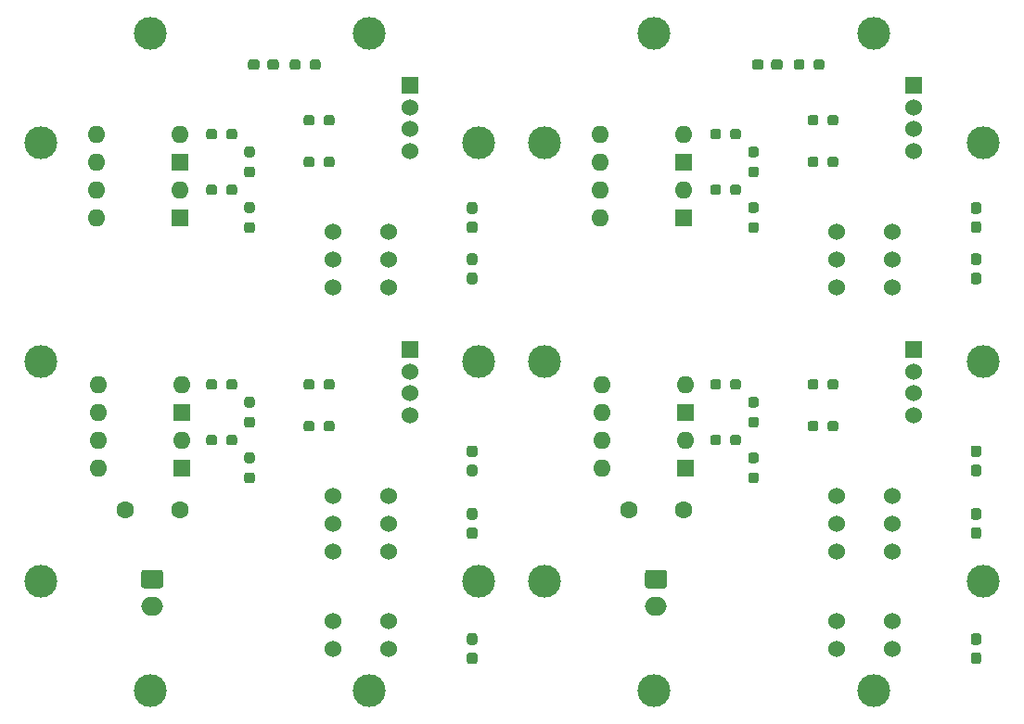
<source format=gts>
G04 #@! TF.GenerationSoftware,KiCad,Pcbnew,(5.1.8)-1*
G04 #@! TF.CreationDate,2020-11-28T16:02:08+09:00*
G04 #@! TF.ProjectId,DigitalInput4chS,44696769-7461-46c4-996e-707574346368,2*
G04 #@! TF.SameCoordinates,Original*
G04 #@! TF.FileFunction,Soldermask,Top*
G04 #@! TF.FilePolarity,Negative*
%FSLAX46Y46*%
G04 Gerber Fmt 4.6, Leading zero omitted, Abs format (unit mm)*
G04 Created by KiCad (PCBNEW (5.1.8)-1) date 2020-11-28 16:02:08*
%MOMM*%
%LPD*%
G01*
G04 APERTURE LIST*
%ADD10C,1.524000*%
%ADD11R,1.524000X1.524000*%
%ADD12C,3.000000*%
%ADD13O,1.600000X1.600000*%
%ADD14R,1.600000X1.600000*%
%ADD15O,2.000000X1.700000*%
%ADD16C,1.600000*%
G04 APERTURE END LIST*
G36*
G01*
X124085000Y-134902500D02*
X124085000Y-135377500D01*
G75*
G02*
X123847500Y-135615000I-237500J0D01*
G01*
X123347500Y-135615000D01*
G75*
G02*
X123110000Y-135377500I0J237500D01*
G01*
X123110000Y-134902500D01*
G75*
G02*
X123347500Y-134665000I237500J0D01*
G01*
X123847500Y-134665000D01*
G75*
G02*
X124085000Y-134902500I0J-237500D01*
G01*
G37*
G36*
G01*
X125910000Y-134902500D02*
X125910000Y-135377500D01*
G75*
G02*
X125672500Y-135615000I-237500J0D01*
G01*
X125172500Y-135615000D01*
G75*
G02*
X124935000Y-135377500I0J237500D01*
G01*
X124935000Y-134902500D01*
G75*
G02*
X125172500Y-134665000I237500J0D01*
G01*
X125672500Y-134665000D01*
G75*
G02*
X125910000Y-134902500I0J-237500D01*
G01*
G37*
D10*
X141655000Y-132885000D03*
X141655000Y-130885000D03*
X141655000Y-128885000D03*
D11*
X141655000Y-126885000D03*
G36*
G01*
X147607500Y-119155000D02*
X147132500Y-119155000D01*
G75*
G02*
X146895000Y-118917500I0J237500D01*
G01*
X146895000Y-118342500D01*
G75*
G02*
X147132500Y-118105000I237500J0D01*
G01*
X147607500Y-118105000D01*
G75*
G02*
X147845000Y-118342500I0J-237500D01*
G01*
X147845000Y-118917500D01*
G75*
G02*
X147607500Y-119155000I-237500J0D01*
G01*
G37*
G36*
G01*
X147607500Y-120905000D02*
X147132500Y-120905000D01*
G75*
G02*
X146895000Y-120667500I0J237500D01*
G01*
X146895000Y-120092500D01*
G75*
G02*
X147132500Y-119855000I237500J0D01*
G01*
X147607500Y-119855000D01*
G75*
G02*
X147845000Y-120092500I0J-237500D01*
G01*
X147845000Y-120667500D01*
G75*
G02*
X147607500Y-120905000I-237500J0D01*
G01*
G37*
G36*
G01*
X147607500Y-136695000D02*
X147132500Y-136695000D01*
G75*
G02*
X146895000Y-136457500I0J237500D01*
G01*
X146895000Y-135882500D01*
G75*
G02*
X147132500Y-135645000I237500J0D01*
G01*
X147607500Y-135645000D01*
G75*
G02*
X147845000Y-135882500I0J-237500D01*
G01*
X147845000Y-136457500D01*
G75*
G02*
X147607500Y-136695000I-237500J0D01*
G01*
G37*
G36*
G01*
X147607500Y-138445000D02*
X147132500Y-138445000D01*
G75*
G02*
X146895000Y-138207500I0J237500D01*
G01*
X146895000Y-137632500D01*
G75*
G02*
X147132500Y-137395000I237500J0D01*
G01*
X147607500Y-137395000D01*
G75*
G02*
X147845000Y-137632500I0J-237500D01*
G01*
X147845000Y-138207500D01*
G75*
G02*
X147607500Y-138445000I-237500J0D01*
G01*
G37*
G36*
G01*
X147607500Y-114470000D02*
X147132500Y-114470000D01*
G75*
G02*
X146895000Y-114232500I0J237500D01*
G01*
X146895000Y-113657500D01*
G75*
G02*
X147132500Y-113420000I237500J0D01*
G01*
X147607500Y-113420000D01*
G75*
G02*
X147845000Y-113657500I0J-237500D01*
G01*
X147845000Y-114232500D01*
G75*
G02*
X147607500Y-114470000I-237500J0D01*
G01*
G37*
G36*
G01*
X147607500Y-116220000D02*
X147132500Y-116220000D01*
G75*
G02*
X146895000Y-115982500I0J237500D01*
G01*
X146895000Y-115407500D01*
G75*
G02*
X147132500Y-115170000I237500J0D01*
G01*
X147607500Y-115170000D01*
G75*
G02*
X147845000Y-115407500I0J-237500D01*
G01*
X147845000Y-115982500D01*
G75*
G02*
X147607500Y-116220000I-237500J0D01*
G01*
G37*
G36*
G01*
X133825000Y-109977500D02*
X133825000Y-109502500D01*
G75*
G02*
X134062500Y-109265000I237500J0D01*
G01*
X134562500Y-109265000D01*
G75*
G02*
X134800000Y-109502500I0J-237500D01*
G01*
X134800000Y-109977500D01*
G75*
G02*
X134562500Y-110215000I-237500J0D01*
G01*
X134062500Y-110215000D01*
G75*
G02*
X133825000Y-109977500I0J237500D01*
G01*
G37*
G36*
G01*
X132000000Y-109977500D02*
X132000000Y-109502500D01*
G75*
G02*
X132237500Y-109265000I237500J0D01*
G01*
X132737500Y-109265000D01*
G75*
G02*
X132975000Y-109502500I0J-237500D01*
G01*
X132975000Y-109977500D01*
G75*
G02*
X132737500Y-110215000I-237500J0D01*
G01*
X132237500Y-110215000D01*
G75*
G02*
X132000000Y-109977500I0J237500D01*
G01*
G37*
G36*
G01*
X127287500Y-109315000D02*
X126812500Y-109315000D01*
G75*
G02*
X126575000Y-109077500I0J237500D01*
G01*
X126575000Y-108577500D01*
G75*
G02*
X126812500Y-108340000I237500J0D01*
G01*
X127287500Y-108340000D01*
G75*
G02*
X127525000Y-108577500I0J-237500D01*
G01*
X127525000Y-109077500D01*
G75*
G02*
X127287500Y-109315000I-237500J0D01*
G01*
G37*
G36*
G01*
X127287500Y-111140000D02*
X126812500Y-111140000D01*
G75*
G02*
X126575000Y-110902500I0J237500D01*
G01*
X126575000Y-110402500D01*
G75*
G02*
X126812500Y-110165000I237500J0D01*
G01*
X127287500Y-110165000D01*
G75*
G02*
X127525000Y-110402500I0J-237500D01*
G01*
X127525000Y-110902500D01*
G75*
G02*
X127287500Y-111140000I-237500J0D01*
G01*
G37*
G36*
G01*
X127287500Y-137255000D02*
X126812500Y-137255000D01*
G75*
G02*
X126575000Y-137017500I0J237500D01*
G01*
X126575000Y-136517500D01*
G75*
G02*
X126812500Y-136280000I237500J0D01*
G01*
X127287500Y-136280000D01*
G75*
G02*
X127525000Y-136517500I0J-237500D01*
G01*
X127525000Y-137017500D01*
G75*
G02*
X127287500Y-137255000I-237500J0D01*
G01*
G37*
G36*
G01*
X127287500Y-139080000D02*
X126812500Y-139080000D01*
G75*
G02*
X126575000Y-138842500I0J237500D01*
G01*
X126575000Y-138342500D01*
G75*
G02*
X126812500Y-138105000I237500J0D01*
G01*
X127287500Y-138105000D01*
G75*
G02*
X127525000Y-138342500I0J-237500D01*
G01*
X127525000Y-138842500D01*
G75*
G02*
X127287500Y-139080000I-237500J0D01*
G01*
G37*
D12*
X148000000Y-128000000D03*
X138000000Y-158000000D03*
G36*
G01*
X127287500Y-132175000D02*
X126812500Y-132175000D01*
G75*
G02*
X126575000Y-131937500I0J237500D01*
G01*
X126575000Y-131437500D01*
G75*
G02*
X126812500Y-131200000I237500J0D01*
G01*
X127287500Y-131200000D01*
G75*
G02*
X127525000Y-131437500I0J-237500D01*
G01*
X127525000Y-131937500D01*
G75*
G02*
X127287500Y-132175000I-237500J0D01*
G01*
G37*
G36*
G01*
X127287500Y-134000000D02*
X126812500Y-134000000D01*
G75*
G02*
X126575000Y-133762500I0J237500D01*
G01*
X126575000Y-133262500D01*
G75*
G02*
X126812500Y-133025000I237500J0D01*
G01*
X127287500Y-133025000D01*
G75*
G02*
X127525000Y-133262500I0J-237500D01*
G01*
X127525000Y-133762500D01*
G75*
G02*
X127287500Y-134000000I-237500J0D01*
G01*
G37*
D13*
X113080000Y-114820000D03*
X120700000Y-112280000D03*
X113080000Y-112280000D03*
D14*
X120700000Y-114820000D03*
D13*
X113080000Y-109740000D03*
X120700000Y-107200000D03*
X113080000Y-107200000D03*
D14*
X120700000Y-109740000D03*
G36*
G01*
X133825000Y-106167500D02*
X133825000Y-105692500D01*
G75*
G02*
X134062500Y-105455000I237500J0D01*
G01*
X134562500Y-105455000D01*
G75*
G02*
X134800000Y-105692500I0J-237500D01*
G01*
X134800000Y-106167500D01*
G75*
G02*
X134562500Y-106405000I-237500J0D01*
G01*
X134062500Y-106405000D01*
G75*
G02*
X133825000Y-106167500I0J237500D01*
G01*
G37*
G36*
G01*
X132000000Y-106167500D02*
X132000000Y-105692500D01*
G75*
G02*
X132237500Y-105455000I237500J0D01*
G01*
X132737500Y-105455000D01*
G75*
G02*
X132975000Y-105692500I0J-237500D01*
G01*
X132975000Y-106167500D01*
G75*
G02*
X132737500Y-106405000I-237500J0D01*
G01*
X132237500Y-106405000D01*
G75*
G02*
X132000000Y-106167500I0J237500D01*
G01*
G37*
D10*
X134670000Y-140220000D03*
X139750000Y-140220000D03*
X139750000Y-145300000D03*
X134670000Y-145300000D03*
X139750000Y-142760000D03*
X134670000Y-142760000D03*
G36*
G01*
X147607500Y-153840000D02*
X147132500Y-153840000D01*
G75*
G02*
X146895000Y-153602500I0J237500D01*
G01*
X146895000Y-153027500D01*
G75*
G02*
X147132500Y-152790000I237500J0D01*
G01*
X147607500Y-152790000D01*
G75*
G02*
X147845000Y-153027500I0J-237500D01*
G01*
X147845000Y-153602500D01*
G75*
G02*
X147607500Y-153840000I-237500J0D01*
G01*
G37*
G36*
G01*
X147607500Y-155590000D02*
X147132500Y-155590000D01*
G75*
G02*
X146895000Y-155352500I0J237500D01*
G01*
X146895000Y-154777500D01*
G75*
G02*
X147132500Y-154540000I237500J0D01*
G01*
X147607500Y-154540000D01*
G75*
G02*
X147845000Y-154777500I0J-237500D01*
G01*
X147845000Y-155352500D01*
G75*
G02*
X147607500Y-155590000I-237500J0D01*
G01*
G37*
D12*
X118000000Y-158000000D03*
D15*
X118160000Y-150340000D03*
G36*
G01*
X117410000Y-146990000D02*
X118910000Y-146990000D01*
G75*
G02*
X119160000Y-147240000I0J-250000D01*
G01*
X119160000Y-148440000D01*
G75*
G02*
X118910000Y-148690000I-250000J0D01*
G01*
X117410000Y-148690000D01*
G75*
G02*
X117160000Y-148440000I0J250000D01*
G01*
X117160000Y-147240000D01*
G75*
G02*
X117410000Y-146990000I250000J0D01*
G01*
G37*
D13*
X113220000Y-132600000D03*
X120840000Y-130060000D03*
X113220000Y-130060000D03*
D14*
X120840000Y-132600000D03*
D12*
X108000000Y-128000000D03*
D13*
X113220000Y-137680000D03*
X120840000Y-135140000D03*
X113220000Y-135140000D03*
D14*
X120840000Y-137680000D03*
G36*
G01*
X124085000Y-112042500D02*
X124085000Y-112517500D01*
G75*
G02*
X123847500Y-112755000I-237500J0D01*
G01*
X123347500Y-112755000D01*
G75*
G02*
X123110000Y-112517500I0J237500D01*
G01*
X123110000Y-112042500D01*
G75*
G02*
X123347500Y-111805000I237500J0D01*
G01*
X123847500Y-111805000D01*
G75*
G02*
X124085000Y-112042500I0J-237500D01*
G01*
G37*
G36*
G01*
X125910000Y-112042500D02*
X125910000Y-112517500D01*
G75*
G02*
X125672500Y-112755000I-237500J0D01*
G01*
X125172500Y-112755000D01*
G75*
G02*
X124935000Y-112517500I0J237500D01*
G01*
X124935000Y-112042500D01*
G75*
G02*
X125172500Y-111805000I237500J0D01*
G01*
X125672500Y-111805000D01*
G75*
G02*
X125910000Y-112042500I0J-237500D01*
G01*
G37*
G36*
G01*
X124085000Y-129822500D02*
X124085000Y-130297500D01*
G75*
G02*
X123847500Y-130535000I-237500J0D01*
G01*
X123347500Y-130535000D01*
G75*
G02*
X123110000Y-130297500I0J237500D01*
G01*
X123110000Y-129822500D01*
G75*
G02*
X123347500Y-129585000I237500J0D01*
G01*
X123847500Y-129585000D01*
G75*
G02*
X124085000Y-129822500I0J-237500D01*
G01*
G37*
G36*
G01*
X125910000Y-129822500D02*
X125910000Y-130297500D01*
G75*
G02*
X125672500Y-130535000I-237500J0D01*
G01*
X125172500Y-130535000D01*
G75*
G02*
X124935000Y-130297500I0J237500D01*
G01*
X124935000Y-129822500D01*
G75*
G02*
X125172500Y-129585000I237500J0D01*
G01*
X125672500Y-129585000D01*
G75*
G02*
X125910000Y-129822500I0J-237500D01*
G01*
G37*
G36*
G01*
X147607500Y-142410000D02*
X147132500Y-142410000D01*
G75*
G02*
X146895000Y-142172500I0J237500D01*
G01*
X146895000Y-141597500D01*
G75*
G02*
X147132500Y-141360000I237500J0D01*
G01*
X147607500Y-141360000D01*
G75*
G02*
X147845000Y-141597500I0J-237500D01*
G01*
X147845000Y-142172500D01*
G75*
G02*
X147607500Y-142410000I-237500J0D01*
G01*
G37*
G36*
G01*
X147607500Y-144160000D02*
X147132500Y-144160000D01*
G75*
G02*
X146895000Y-143922500I0J237500D01*
G01*
X146895000Y-143347500D01*
G75*
G02*
X147132500Y-143110000I237500J0D01*
G01*
X147607500Y-143110000D01*
G75*
G02*
X147845000Y-143347500I0J-237500D01*
G01*
X147845000Y-143922500D01*
G75*
G02*
X147607500Y-144160000I-237500J0D01*
G01*
G37*
G36*
G01*
X128670000Y-101087500D02*
X128670000Y-100612500D01*
G75*
G02*
X128907500Y-100375000I237500J0D01*
G01*
X129482500Y-100375000D01*
G75*
G02*
X129720000Y-100612500I0J-237500D01*
G01*
X129720000Y-101087500D01*
G75*
G02*
X129482500Y-101325000I-237500J0D01*
G01*
X128907500Y-101325000D01*
G75*
G02*
X128670000Y-101087500I0J237500D01*
G01*
G37*
G36*
G01*
X126920000Y-101087500D02*
X126920000Y-100612500D01*
G75*
G02*
X127157500Y-100375000I237500J0D01*
G01*
X127732500Y-100375000D01*
G75*
G02*
X127970000Y-100612500I0J-237500D01*
G01*
X127970000Y-101087500D01*
G75*
G02*
X127732500Y-101325000I-237500J0D01*
G01*
X127157500Y-101325000D01*
G75*
G02*
X126920000Y-101087500I0J237500D01*
G01*
G37*
G36*
G01*
X133825000Y-134107500D02*
X133825000Y-133632500D01*
G75*
G02*
X134062500Y-133395000I237500J0D01*
G01*
X134562500Y-133395000D01*
G75*
G02*
X134800000Y-133632500I0J-237500D01*
G01*
X134800000Y-134107500D01*
G75*
G02*
X134562500Y-134345000I-237500J0D01*
G01*
X134062500Y-134345000D01*
G75*
G02*
X133825000Y-134107500I0J237500D01*
G01*
G37*
G36*
G01*
X132000000Y-134107500D02*
X132000000Y-133632500D01*
G75*
G02*
X132237500Y-133395000I237500J0D01*
G01*
X132737500Y-133395000D01*
G75*
G02*
X132975000Y-133632500I0J-237500D01*
G01*
X132975000Y-134107500D01*
G75*
G02*
X132737500Y-134345000I-237500J0D01*
G01*
X132237500Y-134345000D01*
G75*
G02*
X132000000Y-134107500I0J237500D01*
G01*
G37*
D12*
X118000000Y-98000000D03*
G36*
G01*
X131705000Y-100612500D02*
X131705000Y-101087500D01*
G75*
G02*
X131467500Y-101325000I-237500J0D01*
G01*
X130967500Y-101325000D01*
G75*
G02*
X130730000Y-101087500I0J237500D01*
G01*
X130730000Y-100612500D01*
G75*
G02*
X130967500Y-100375000I237500J0D01*
G01*
X131467500Y-100375000D01*
G75*
G02*
X131705000Y-100612500I0J-237500D01*
G01*
G37*
G36*
G01*
X133530000Y-100612500D02*
X133530000Y-101087500D01*
G75*
G02*
X133292500Y-101325000I-237500J0D01*
G01*
X132792500Y-101325000D01*
G75*
G02*
X132555000Y-101087500I0J237500D01*
G01*
X132555000Y-100612500D01*
G75*
G02*
X132792500Y-100375000I237500J0D01*
G01*
X133292500Y-100375000D01*
G75*
G02*
X133530000Y-100612500I0J-237500D01*
G01*
G37*
X108000000Y-108000000D03*
D16*
X115700000Y-141490000D03*
X120700000Y-141490000D03*
D12*
X148000000Y-148000000D03*
X148000000Y-108000000D03*
D10*
X134670000Y-116090000D03*
X139750000Y-116090000D03*
X139750000Y-121170000D03*
X134670000Y-121170000D03*
X139750000Y-118630000D03*
X134670000Y-118630000D03*
G36*
G01*
X127287500Y-114395000D02*
X126812500Y-114395000D01*
G75*
G02*
X126575000Y-114157500I0J237500D01*
G01*
X126575000Y-113657500D01*
G75*
G02*
X126812500Y-113420000I237500J0D01*
G01*
X127287500Y-113420000D01*
G75*
G02*
X127525000Y-113657500I0J-237500D01*
G01*
X127525000Y-114157500D01*
G75*
G02*
X127287500Y-114395000I-237500J0D01*
G01*
G37*
G36*
G01*
X127287500Y-116220000D02*
X126812500Y-116220000D01*
G75*
G02*
X126575000Y-115982500I0J237500D01*
G01*
X126575000Y-115482500D01*
G75*
G02*
X126812500Y-115245000I237500J0D01*
G01*
X127287500Y-115245000D01*
G75*
G02*
X127525000Y-115482500I0J-237500D01*
G01*
X127525000Y-115982500D01*
G75*
G02*
X127287500Y-116220000I-237500J0D01*
G01*
G37*
X141655000Y-108755000D03*
X141655000Y-106755000D03*
X141655000Y-104755000D03*
D11*
X141655000Y-102755000D03*
G36*
G01*
X124085000Y-106962500D02*
X124085000Y-107437500D01*
G75*
G02*
X123847500Y-107675000I-237500J0D01*
G01*
X123347500Y-107675000D01*
G75*
G02*
X123110000Y-107437500I0J237500D01*
G01*
X123110000Y-106962500D01*
G75*
G02*
X123347500Y-106725000I237500J0D01*
G01*
X123847500Y-106725000D01*
G75*
G02*
X124085000Y-106962500I0J-237500D01*
G01*
G37*
G36*
G01*
X125910000Y-106962500D02*
X125910000Y-107437500D01*
G75*
G02*
X125672500Y-107675000I-237500J0D01*
G01*
X125172500Y-107675000D01*
G75*
G02*
X124935000Y-107437500I0J237500D01*
G01*
X124935000Y-106962500D01*
G75*
G02*
X125172500Y-106725000I237500J0D01*
G01*
X125672500Y-106725000D01*
G75*
G02*
X125910000Y-106962500I0J-237500D01*
G01*
G37*
D12*
X108000000Y-148000000D03*
G36*
G01*
X133825000Y-130297500D02*
X133825000Y-129822500D01*
G75*
G02*
X134062500Y-129585000I237500J0D01*
G01*
X134562500Y-129585000D01*
G75*
G02*
X134800000Y-129822500I0J-237500D01*
G01*
X134800000Y-130297500D01*
G75*
G02*
X134562500Y-130535000I-237500J0D01*
G01*
X134062500Y-130535000D01*
G75*
G02*
X133825000Y-130297500I0J237500D01*
G01*
G37*
G36*
G01*
X132000000Y-130297500D02*
X132000000Y-129822500D01*
G75*
G02*
X132237500Y-129585000I237500J0D01*
G01*
X132737500Y-129585000D01*
G75*
G02*
X132975000Y-129822500I0J-237500D01*
G01*
X132975000Y-130297500D01*
G75*
G02*
X132737500Y-130535000I-237500J0D01*
G01*
X132237500Y-130535000D01*
G75*
G02*
X132000000Y-130297500I0J237500D01*
G01*
G37*
D10*
X139750000Y-154190000D03*
X134670000Y-154190000D03*
X139750000Y-151650000D03*
X134670000Y-151650000D03*
D12*
X138000000Y-98000000D03*
G36*
G01*
X101607500Y-138445000D02*
X101132500Y-138445000D01*
G75*
G02*
X100895000Y-138207500I0J237500D01*
G01*
X100895000Y-137632500D01*
G75*
G02*
X101132500Y-137395000I237500J0D01*
G01*
X101607500Y-137395000D01*
G75*
G02*
X101845000Y-137632500I0J-237500D01*
G01*
X101845000Y-138207500D01*
G75*
G02*
X101607500Y-138445000I-237500J0D01*
G01*
G37*
G36*
G01*
X101607500Y-136695000D02*
X101132500Y-136695000D01*
G75*
G02*
X100895000Y-136457500I0J237500D01*
G01*
X100895000Y-135882500D01*
G75*
G02*
X101132500Y-135645000I237500J0D01*
G01*
X101607500Y-135645000D01*
G75*
G02*
X101845000Y-135882500I0J-237500D01*
G01*
X101845000Y-136457500D01*
G75*
G02*
X101607500Y-136695000I-237500J0D01*
G01*
G37*
G36*
G01*
X101607500Y-116220000D02*
X101132500Y-116220000D01*
G75*
G02*
X100895000Y-115982500I0J237500D01*
G01*
X100895000Y-115407500D01*
G75*
G02*
X101132500Y-115170000I237500J0D01*
G01*
X101607500Y-115170000D01*
G75*
G02*
X101845000Y-115407500I0J-237500D01*
G01*
X101845000Y-115982500D01*
G75*
G02*
X101607500Y-116220000I-237500J0D01*
G01*
G37*
G36*
G01*
X101607500Y-114470000D02*
X101132500Y-114470000D01*
G75*
G02*
X100895000Y-114232500I0J237500D01*
G01*
X100895000Y-113657500D01*
G75*
G02*
X101132500Y-113420000I237500J0D01*
G01*
X101607500Y-113420000D01*
G75*
G02*
X101845000Y-113657500I0J-237500D01*
G01*
X101845000Y-114232500D01*
G75*
G02*
X101607500Y-114470000I-237500J0D01*
G01*
G37*
G36*
G01*
X79910000Y-134902500D02*
X79910000Y-135377500D01*
G75*
G02*
X79672500Y-135615000I-237500J0D01*
G01*
X79172500Y-135615000D01*
G75*
G02*
X78935000Y-135377500I0J237500D01*
G01*
X78935000Y-134902500D01*
G75*
G02*
X79172500Y-134665000I237500J0D01*
G01*
X79672500Y-134665000D01*
G75*
G02*
X79910000Y-134902500I0J-237500D01*
G01*
G37*
G36*
G01*
X78085000Y-134902500D02*
X78085000Y-135377500D01*
G75*
G02*
X77847500Y-135615000I-237500J0D01*
G01*
X77347500Y-135615000D01*
G75*
G02*
X77110000Y-135377500I0J237500D01*
G01*
X77110000Y-134902500D01*
G75*
G02*
X77347500Y-134665000I237500J0D01*
G01*
X77847500Y-134665000D01*
G75*
G02*
X78085000Y-134902500I0J-237500D01*
G01*
G37*
G36*
G01*
X86000000Y-109977500D02*
X86000000Y-109502500D01*
G75*
G02*
X86237500Y-109265000I237500J0D01*
G01*
X86737500Y-109265000D01*
G75*
G02*
X86975000Y-109502500I0J-237500D01*
G01*
X86975000Y-109977500D01*
G75*
G02*
X86737500Y-110215000I-237500J0D01*
G01*
X86237500Y-110215000D01*
G75*
G02*
X86000000Y-109977500I0J237500D01*
G01*
G37*
G36*
G01*
X87825000Y-109977500D02*
X87825000Y-109502500D01*
G75*
G02*
X88062500Y-109265000I237500J0D01*
G01*
X88562500Y-109265000D01*
G75*
G02*
X88800000Y-109502500I0J-237500D01*
G01*
X88800000Y-109977500D01*
G75*
G02*
X88562500Y-110215000I-237500J0D01*
G01*
X88062500Y-110215000D01*
G75*
G02*
X87825000Y-109977500I0J237500D01*
G01*
G37*
D11*
X95655000Y-126885000D03*
D10*
X95655000Y-128885000D03*
X95655000Y-130885000D03*
X95655000Y-132885000D03*
G36*
G01*
X101607500Y-120905000D02*
X101132500Y-120905000D01*
G75*
G02*
X100895000Y-120667500I0J237500D01*
G01*
X100895000Y-120092500D01*
G75*
G02*
X101132500Y-119855000I237500J0D01*
G01*
X101607500Y-119855000D01*
G75*
G02*
X101845000Y-120092500I0J-237500D01*
G01*
X101845000Y-120667500D01*
G75*
G02*
X101607500Y-120905000I-237500J0D01*
G01*
G37*
G36*
G01*
X101607500Y-119155000D02*
X101132500Y-119155000D01*
G75*
G02*
X100895000Y-118917500I0J237500D01*
G01*
X100895000Y-118342500D01*
G75*
G02*
X101132500Y-118105000I237500J0D01*
G01*
X101607500Y-118105000D01*
G75*
G02*
X101845000Y-118342500I0J-237500D01*
G01*
X101845000Y-118917500D01*
G75*
G02*
X101607500Y-119155000I-237500J0D01*
G01*
G37*
X88670000Y-118630000D03*
X93750000Y-118630000D03*
X88670000Y-121170000D03*
X93750000Y-121170000D03*
X93750000Y-116090000D03*
X88670000Y-116090000D03*
G36*
G01*
X86000000Y-106167500D02*
X86000000Y-105692500D01*
G75*
G02*
X86237500Y-105455000I237500J0D01*
G01*
X86737500Y-105455000D01*
G75*
G02*
X86975000Y-105692500I0J-237500D01*
G01*
X86975000Y-106167500D01*
G75*
G02*
X86737500Y-106405000I-237500J0D01*
G01*
X86237500Y-106405000D01*
G75*
G02*
X86000000Y-106167500I0J237500D01*
G01*
G37*
G36*
G01*
X87825000Y-106167500D02*
X87825000Y-105692500D01*
G75*
G02*
X88062500Y-105455000I237500J0D01*
G01*
X88562500Y-105455000D01*
G75*
G02*
X88800000Y-105692500I0J-237500D01*
G01*
X88800000Y-106167500D01*
G75*
G02*
X88562500Y-106405000I-237500J0D01*
G01*
X88062500Y-106405000D01*
G75*
G02*
X87825000Y-106167500I0J237500D01*
G01*
G37*
G36*
G01*
X79910000Y-112042500D02*
X79910000Y-112517500D01*
G75*
G02*
X79672500Y-112755000I-237500J0D01*
G01*
X79172500Y-112755000D01*
G75*
G02*
X78935000Y-112517500I0J237500D01*
G01*
X78935000Y-112042500D01*
G75*
G02*
X79172500Y-111805000I237500J0D01*
G01*
X79672500Y-111805000D01*
G75*
G02*
X79910000Y-112042500I0J-237500D01*
G01*
G37*
G36*
G01*
X78085000Y-112042500D02*
X78085000Y-112517500D01*
G75*
G02*
X77847500Y-112755000I-237500J0D01*
G01*
X77347500Y-112755000D01*
G75*
G02*
X77110000Y-112517500I0J237500D01*
G01*
X77110000Y-112042500D01*
G75*
G02*
X77347500Y-111805000I237500J0D01*
G01*
X77847500Y-111805000D01*
G75*
G02*
X78085000Y-112042500I0J-237500D01*
G01*
G37*
G36*
G01*
X81287500Y-116220000D02*
X80812500Y-116220000D01*
G75*
G02*
X80575000Y-115982500I0J237500D01*
G01*
X80575000Y-115482500D01*
G75*
G02*
X80812500Y-115245000I237500J0D01*
G01*
X81287500Y-115245000D01*
G75*
G02*
X81525000Y-115482500I0J-237500D01*
G01*
X81525000Y-115982500D01*
G75*
G02*
X81287500Y-116220000I-237500J0D01*
G01*
G37*
G36*
G01*
X81287500Y-114395000D02*
X80812500Y-114395000D01*
G75*
G02*
X80575000Y-114157500I0J237500D01*
G01*
X80575000Y-113657500D01*
G75*
G02*
X80812500Y-113420000I237500J0D01*
G01*
X81287500Y-113420000D01*
G75*
G02*
X81525000Y-113657500I0J-237500D01*
G01*
X81525000Y-114157500D01*
G75*
G02*
X81287500Y-114395000I-237500J0D01*
G01*
G37*
G36*
G01*
X79910000Y-129822500D02*
X79910000Y-130297500D01*
G75*
G02*
X79672500Y-130535000I-237500J0D01*
G01*
X79172500Y-130535000D01*
G75*
G02*
X78935000Y-130297500I0J237500D01*
G01*
X78935000Y-129822500D01*
G75*
G02*
X79172500Y-129585000I237500J0D01*
G01*
X79672500Y-129585000D01*
G75*
G02*
X79910000Y-129822500I0J-237500D01*
G01*
G37*
G36*
G01*
X78085000Y-129822500D02*
X78085000Y-130297500D01*
G75*
G02*
X77847500Y-130535000I-237500J0D01*
G01*
X77347500Y-130535000D01*
G75*
G02*
X77110000Y-130297500I0J237500D01*
G01*
X77110000Y-129822500D01*
G75*
G02*
X77347500Y-129585000I237500J0D01*
G01*
X77847500Y-129585000D01*
G75*
G02*
X78085000Y-129822500I0J-237500D01*
G01*
G37*
D11*
X95655000Y-102755000D03*
D10*
X95655000Y-104755000D03*
X95655000Y-106755000D03*
X95655000Y-108755000D03*
X88670000Y-142760000D03*
X93750000Y-142760000D03*
X88670000Y-145300000D03*
X93750000Y-145300000D03*
X93750000Y-140220000D03*
X88670000Y-140220000D03*
G36*
G01*
X101607500Y-144160000D02*
X101132500Y-144160000D01*
G75*
G02*
X100895000Y-143922500I0J237500D01*
G01*
X100895000Y-143347500D01*
G75*
G02*
X101132500Y-143110000I237500J0D01*
G01*
X101607500Y-143110000D01*
G75*
G02*
X101845000Y-143347500I0J-237500D01*
G01*
X101845000Y-143922500D01*
G75*
G02*
X101607500Y-144160000I-237500J0D01*
G01*
G37*
G36*
G01*
X101607500Y-142410000D02*
X101132500Y-142410000D01*
G75*
G02*
X100895000Y-142172500I0J237500D01*
G01*
X100895000Y-141597500D01*
G75*
G02*
X101132500Y-141360000I237500J0D01*
G01*
X101607500Y-141360000D01*
G75*
G02*
X101845000Y-141597500I0J-237500D01*
G01*
X101845000Y-142172500D01*
G75*
G02*
X101607500Y-142410000I-237500J0D01*
G01*
G37*
G36*
G01*
X101607500Y-155590000D02*
X101132500Y-155590000D01*
G75*
G02*
X100895000Y-155352500I0J237500D01*
G01*
X100895000Y-154777500D01*
G75*
G02*
X101132500Y-154540000I237500J0D01*
G01*
X101607500Y-154540000D01*
G75*
G02*
X101845000Y-154777500I0J-237500D01*
G01*
X101845000Y-155352500D01*
G75*
G02*
X101607500Y-155590000I-237500J0D01*
G01*
G37*
G36*
G01*
X101607500Y-153840000D02*
X101132500Y-153840000D01*
G75*
G02*
X100895000Y-153602500I0J237500D01*
G01*
X100895000Y-153027500D01*
G75*
G02*
X101132500Y-152790000I237500J0D01*
G01*
X101607500Y-152790000D01*
G75*
G02*
X101845000Y-153027500I0J-237500D01*
G01*
X101845000Y-153602500D01*
G75*
G02*
X101607500Y-153840000I-237500J0D01*
G01*
G37*
G36*
G01*
X86000000Y-130297500D02*
X86000000Y-129822500D01*
G75*
G02*
X86237500Y-129585000I237500J0D01*
G01*
X86737500Y-129585000D01*
G75*
G02*
X86975000Y-129822500I0J-237500D01*
G01*
X86975000Y-130297500D01*
G75*
G02*
X86737500Y-130535000I-237500J0D01*
G01*
X86237500Y-130535000D01*
G75*
G02*
X86000000Y-130297500I0J237500D01*
G01*
G37*
G36*
G01*
X87825000Y-130297500D02*
X87825000Y-129822500D01*
G75*
G02*
X88062500Y-129585000I237500J0D01*
G01*
X88562500Y-129585000D01*
G75*
G02*
X88800000Y-129822500I0J-237500D01*
G01*
X88800000Y-130297500D01*
G75*
G02*
X88562500Y-130535000I-237500J0D01*
G01*
X88062500Y-130535000D01*
G75*
G02*
X87825000Y-130297500I0J237500D01*
G01*
G37*
G36*
G01*
X79910000Y-106962500D02*
X79910000Y-107437500D01*
G75*
G02*
X79672500Y-107675000I-237500J0D01*
G01*
X79172500Y-107675000D01*
G75*
G02*
X78935000Y-107437500I0J237500D01*
G01*
X78935000Y-106962500D01*
G75*
G02*
X79172500Y-106725000I237500J0D01*
G01*
X79672500Y-106725000D01*
G75*
G02*
X79910000Y-106962500I0J-237500D01*
G01*
G37*
G36*
G01*
X78085000Y-106962500D02*
X78085000Y-107437500D01*
G75*
G02*
X77847500Y-107675000I-237500J0D01*
G01*
X77347500Y-107675000D01*
G75*
G02*
X77110000Y-107437500I0J237500D01*
G01*
X77110000Y-106962500D01*
G75*
G02*
X77347500Y-106725000I237500J0D01*
G01*
X77847500Y-106725000D01*
G75*
G02*
X78085000Y-106962500I0J-237500D01*
G01*
G37*
X88670000Y-151650000D03*
X93750000Y-151650000D03*
X88670000Y-154190000D03*
X93750000Y-154190000D03*
G36*
G01*
X86000000Y-134107500D02*
X86000000Y-133632500D01*
G75*
G02*
X86237500Y-133395000I237500J0D01*
G01*
X86737500Y-133395000D01*
G75*
G02*
X86975000Y-133632500I0J-237500D01*
G01*
X86975000Y-134107500D01*
G75*
G02*
X86737500Y-134345000I-237500J0D01*
G01*
X86237500Y-134345000D01*
G75*
G02*
X86000000Y-134107500I0J237500D01*
G01*
G37*
G36*
G01*
X87825000Y-134107500D02*
X87825000Y-133632500D01*
G75*
G02*
X88062500Y-133395000I237500J0D01*
G01*
X88562500Y-133395000D01*
G75*
G02*
X88800000Y-133632500I0J-237500D01*
G01*
X88800000Y-134107500D01*
G75*
G02*
X88562500Y-134345000I-237500J0D01*
G01*
X88062500Y-134345000D01*
G75*
G02*
X87825000Y-134107500I0J237500D01*
G01*
G37*
G36*
G01*
X71410000Y-146990000D02*
X72910000Y-146990000D01*
G75*
G02*
X73160000Y-147240000I0J-250000D01*
G01*
X73160000Y-148440000D01*
G75*
G02*
X72910000Y-148690000I-250000J0D01*
G01*
X71410000Y-148690000D01*
G75*
G02*
X71160000Y-148440000I0J250000D01*
G01*
X71160000Y-147240000D01*
G75*
G02*
X71410000Y-146990000I250000J0D01*
G01*
G37*
D15*
X72160000Y-150340000D03*
D14*
X74840000Y-137680000D03*
D13*
X67220000Y-135140000D03*
X74840000Y-135140000D03*
X67220000Y-137680000D03*
G36*
G01*
X87530000Y-100612500D02*
X87530000Y-101087500D01*
G75*
G02*
X87292500Y-101325000I-237500J0D01*
G01*
X86792500Y-101325000D01*
G75*
G02*
X86555000Y-101087500I0J237500D01*
G01*
X86555000Y-100612500D01*
G75*
G02*
X86792500Y-100375000I237500J0D01*
G01*
X87292500Y-100375000D01*
G75*
G02*
X87530000Y-100612500I0J-237500D01*
G01*
G37*
G36*
G01*
X85705000Y-100612500D02*
X85705000Y-101087500D01*
G75*
G02*
X85467500Y-101325000I-237500J0D01*
G01*
X84967500Y-101325000D01*
G75*
G02*
X84730000Y-101087500I0J237500D01*
G01*
X84730000Y-100612500D01*
G75*
G02*
X84967500Y-100375000I237500J0D01*
G01*
X85467500Y-100375000D01*
G75*
G02*
X85705000Y-100612500I0J-237500D01*
G01*
G37*
D14*
X74840000Y-132600000D03*
D13*
X67220000Y-130060000D03*
X74840000Y-130060000D03*
X67220000Y-132600000D03*
D12*
X62000000Y-108000000D03*
X92000000Y-98000000D03*
D16*
X74700000Y-141490000D03*
X69700000Y-141490000D03*
D12*
X102000000Y-108000000D03*
X72000000Y-98000000D03*
X62000000Y-128000000D03*
X72000000Y-158000000D03*
X102000000Y-148000000D03*
X62000000Y-148000000D03*
G36*
G01*
X80920000Y-101087500D02*
X80920000Y-100612500D01*
G75*
G02*
X81157500Y-100375000I237500J0D01*
G01*
X81732500Y-100375000D01*
G75*
G02*
X81970000Y-100612500I0J-237500D01*
G01*
X81970000Y-101087500D01*
G75*
G02*
X81732500Y-101325000I-237500J0D01*
G01*
X81157500Y-101325000D01*
G75*
G02*
X80920000Y-101087500I0J237500D01*
G01*
G37*
G36*
G01*
X82670000Y-101087500D02*
X82670000Y-100612500D01*
G75*
G02*
X82907500Y-100375000I237500J0D01*
G01*
X83482500Y-100375000D01*
G75*
G02*
X83720000Y-100612500I0J-237500D01*
G01*
X83720000Y-101087500D01*
G75*
G02*
X83482500Y-101325000I-237500J0D01*
G01*
X82907500Y-101325000D01*
G75*
G02*
X82670000Y-101087500I0J237500D01*
G01*
G37*
G36*
G01*
X81287500Y-111140000D02*
X80812500Y-111140000D01*
G75*
G02*
X80575000Y-110902500I0J237500D01*
G01*
X80575000Y-110402500D01*
G75*
G02*
X80812500Y-110165000I237500J0D01*
G01*
X81287500Y-110165000D01*
G75*
G02*
X81525000Y-110402500I0J-237500D01*
G01*
X81525000Y-110902500D01*
G75*
G02*
X81287500Y-111140000I-237500J0D01*
G01*
G37*
G36*
G01*
X81287500Y-109315000D02*
X80812500Y-109315000D01*
G75*
G02*
X80575000Y-109077500I0J237500D01*
G01*
X80575000Y-108577500D01*
G75*
G02*
X80812500Y-108340000I237500J0D01*
G01*
X81287500Y-108340000D01*
G75*
G02*
X81525000Y-108577500I0J-237500D01*
G01*
X81525000Y-109077500D01*
G75*
G02*
X81287500Y-109315000I-237500J0D01*
G01*
G37*
G36*
G01*
X81287500Y-139080000D02*
X80812500Y-139080000D01*
G75*
G02*
X80575000Y-138842500I0J237500D01*
G01*
X80575000Y-138342500D01*
G75*
G02*
X80812500Y-138105000I237500J0D01*
G01*
X81287500Y-138105000D01*
G75*
G02*
X81525000Y-138342500I0J-237500D01*
G01*
X81525000Y-138842500D01*
G75*
G02*
X81287500Y-139080000I-237500J0D01*
G01*
G37*
G36*
G01*
X81287500Y-137255000D02*
X80812500Y-137255000D01*
G75*
G02*
X80575000Y-137017500I0J237500D01*
G01*
X80575000Y-136517500D01*
G75*
G02*
X80812500Y-136280000I237500J0D01*
G01*
X81287500Y-136280000D01*
G75*
G02*
X81525000Y-136517500I0J-237500D01*
G01*
X81525000Y-137017500D01*
G75*
G02*
X81287500Y-137255000I-237500J0D01*
G01*
G37*
X102000000Y-128000000D03*
X92000000Y-158000000D03*
G36*
G01*
X81287500Y-134000000D02*
X80812500Y-134000000D01*
G75*
G02*
X80575000Y-133762500I0J237500D01*
G01*
X80575000Y-133262500D01*
G75*
G02*
X80812500Y-133025000I237500J0D01*
G01*
X81287500Y-133025000D01*
G75*
G02*
X81525000Y-133262500I0J-237500D01*
G01*
X81525000Y-133762500D01*
G75*
G02*
X81287500Y-134000000I-237500J0D01*
G01*
G37*
G36*
G01*
X81287500Y-132175000D02*
X80812500Y-132175000D01*
G75*
G02*
X80575000Y-131937500I0J237500D01*
G01*
X80575000Y-131437500D01*
G75*
G02*
X80812500Y-131200000I237500J0D01*
G01*
X81287500Y-131200000D01*
G75*
G02*
X81525000Y-131437500I0J-237500D01*
G01*
X81525000Y-131937500D01*
G75*
G02*
X81287500Y-132175000I-237500J0D01*
G01*
G37*
D14*
X74700000Y-114820000D03*
D13*
X67080000Y-112280000D03*
X74700000Y-112280000D03*
X67080000Y-114820000D03*
D14*
X74700000Y-109740000D03*
D13*
X67080000Y-107200000D03*
X74700000Y-107200000D03*
X67080000Y-109740000D03*
M02*

</source>
